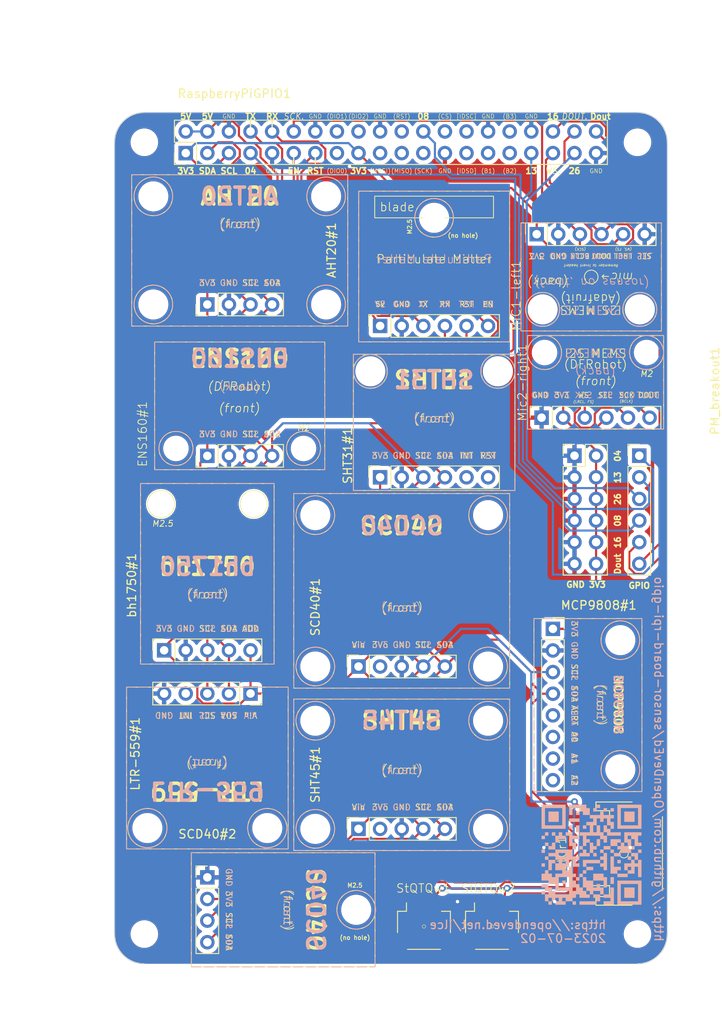
<source format=kicad_pcb>
(kicad_pcb (version 20221018) (generator pcbnew)
  (layers (0 "F.Cu" signal) (31 "B.Cu" signal) (34 "B.Paste" user) (35 "F.Paste" user) (36 "B.SilkS" user "B.Silkscreen") (37 "F.SilkS" user "F.Silkscreen") (38 "B.Mask" user) (39 "F.Mask" user) (44 "Edge.Cuts" user))
  (net 0 "")
  (net 1 "/SCL")
  (net 2 "/SDA")
  (net 11 "GND")
  (net 12 "/I2S{slash}BCLK")
  (net 13 "+3V3")
  (net 14 "/I2S{slash}DIN")
  (net 15 "/I2S{slash}LRCL-WS")
  (net 16 "+5V")
  (net 17 "/nc-GPIO4(GCLK)")
  (net 18 "/PM{slash}TX")
  (net 19 "/PM{slash}RX")
  (net 20 "/PM{slash}En")
  (net 21 "/PM{slash}Reset")
  (net 22 "/(RFM-DIO0)")
  (net 23 "/(RFM-DIO1)")
  (net 24 "/(RFM-DIO2)")
  (net 25 "/(RFM-MOSI)")
  (net 26 "/(RFM-MISO)")
  (net 27 "/(RFM-RST)")
  (net 28 "/(RFM-SCK)")
  (net 29 "/nc-GPIO8")
  (net 30 "/(RFM-CS)")
  (net 31 "/(RFM-Button-1)")
  (net 32 "/(RFM-Button-2)")
  (net 33 "/(RFM-Button-3)")
  (net 34 "/nc-GPIO13(PWM1)")
  (net 35 "/nc-GPIO16")
  (net 36 "/nc-GPIO26")
  (net 37 "/nc-I2C{slash}DOUT")
  (net 38 "/(HAT-ID_SD)")
  (net 39 "/(HAT-ID_SC)")
  (footprint "MountingHole:MountingHole_2.5mm_Pad" (layer "F.Cu") (at 167.12 52.379998)
    (fp_text reference "MH1" hide)
    (fp_text value "MountingHole_2.5mm_Pad")
  )
  (footprint "sensor_footprints:SCD40 CO2 (Adafruit)" (layer "F.Cu") (at 192.31 113.954998 90)
    (fp_text reference "SCD40#1")
    (fp_text value "CO2_SCD40_Adafruit")
  )
  (footprint "sensor_footprints:Stemma-Grove (full size, horizontal)" (layer "F.Cu") (at 223.52186 135.93 90)
    (fp_text reference "StGr1")
    (fp_text value "Stemma-Grove (full size, horizontal)")
  )
  (footprint "Connector_PinHeader_2.54mm:PinHeader_1x06_P2.54mm_Vertical" (layer "F.Cu") (at 225.33 89.189998)
    (fp_text reference "J1" hide)
    (fp_text value "Conn_01x06")
  )
  (footprint "sensor_footprints:StemmaQT-Qwiic (horizontal)" (layer "F.Cu") (at 200.00832 144.489354)
    (fp_text reference "StQTQw1")
    (fp_text value "StemmaQT-Qwiic (horizontal)")
  )
  (footprint "sensor_footprints:LTR-559 (Pimoroni)" (layer "F.Cu") (at 179.61 117.129998 -90)
    (fp_text reference "LTR-559#1")
    (fp_text value "LTR-559")
  )
  (footprint "sensor_footprints:MCP9808 (Adafruit, original version)" (layer "F.Cu") (at 215.17 109.53)
    (fp_text reference "MCP9808#1")
    (fp_text value "MCP9808")
  )
  (footprint "sensor_footprints:Particulate Matter Sensor Breakout (for PMS5003)" (layer "F.Cu") (at 194.85 73.949998 90)
    (fp_text reference "PM_breakout1")
    (fp_text value "PM breakout (Pimoroni)")
  )
  (footprint "sensor_footprints:Mic I2S MEMS (Adafruit)" (layer "F.Cu") (at 225.965 63.175 -90)
    (fp_text reference "MIC1-left1")
    (fp_text value "Mic I2S MEMS (Adafruit)")
  )
  (footprint "sensor_footprints:AHT20 (Adafruit)" (layer "F.Cu") (at 174.53 71.43 90)
    (fp_text reference "AHT20#1")
    (fp_text value "AHT20" hide)
  )
  (footprint "MountingHole:MountingHole_2.5mm_Pad" (layer "F.Cu") (at 225.12 145.379998)
    (fp_text reference "MH3" hide)
    (fp_text value "MountingHole_2.5mm_Pad")
  )
  (footprint "sensor_footprints:StemmaQT-Qwiic (horizontal)" (layer "F.Cu") (at 208.00832 144.489354)
    (fp_text reference "StQTQw2")
    (fp_text value "StemmaQT-Qwiic (horizontal)")
  )
  (footprint "sensor_footprints:SHT45 (Adafruit)" (layer "F.Cu") (at 192.30918 133.025 90)
    (fp_text reference "SHT45#1")
    (fp_text value "SHT45")
  )
  (footprint "Connector_PinHeader_2.54mm:PinHeader_2x06_P2.54mm_Vertical" (layer "F.Cu") (at 217.71 89.189998)
    (fp_text reference "J2" hide)
    (fp_text value "Conn_02x06_Top_Bottom")
  )
  (footprint "sensor_footprints:SCD40 CO2 (ebay)" (layer "F.Cu") (at 174.53 138.719998)
    (fp_text reference "SCD40#2")
    (fp_text value "CO2_SCD40_ebay")
  )
  (footprint "MountingHole:MountingHole_2.5mm_Pad" (layer "F.Cu") (at 167.12 145.379998)
    (fp_text reference "MH2" hide)
    (fp_text value "MountingHole_2.5mm_Pad")
  )
  (footprint "MountingHole:MountingHole_2.5mm_Pad" (layer "F.Cu") (at 225.12 52.379998)
    (fp_text reference "MH4" hide)
    (fp_text value "MountingHole_2.5mm_Pad")
  )
  (footprint "sensor_footprints:ENS160 (DFROBOT, Fermion), i2c pads" (layer "F.Cu") (at 174.52918 89.21 90)
    (fp_text reference "ENS160#1")
    (fp_text value "ENS160")
  )
  (footprint "sensor_footprints:bh1750 (DFROBOT, Fermion)" (layer "F.Cu") (at 169.45 112.049998 90)
    (fp_text reference "bh1750#1")
    (fp_text value "bh1750")
  )
  (footprint "sensor_footprints:Mic I2S MEMS (DFRobot)" (layer "F.Cu") (at 213.9 84.744998 90)
    (fp_text reference "Mic2-right1")
    (fp_text value "Mic I2S MEMS (DFRobot)")
  )
  (footprint "sensor_footprints:SHT31 (DFR, Fermion)" (layer "F.Cu") (at 194.85 91.729998 90)
    (fp_text reference "SHT31#1")
    (fp_text value "SHT31")
  )
  (footprint "Connector_PinHeader_2.54mm:PinHeader_2x20_P2.54mm_Vertical" (layer "F.Cu") (at 171.99 53.65 90)
    (fp_text reference "RaspberryPiGPIO1")
    (fp_text value "Raspberry_Pi_GPIO_header_labeled")
  )
  (footprint "sensor_footprints:QRcode15mm" (layer "B.Cu") (at 219.711654 136.056496 180)
    (fp_text reference "G***" hide)
    (fp_text value "LOGO" hide)
  )
  (gr_line (start 184.69 54.92) (end 184.69 53.65) (stroke (width 0.15)) (layer "F.SilkS"))
  (gr_line (start 182.15 51.11) (end 182.15 49.84) (stroke (width 0.15)) (layer "F.SilkS"))
  (gr_line (start 187.23 53.65) (end 187.23 54.92) (stroke (width 0.15)) (layer "F.SilkS"))
  (gr_line (start 179.61 51.11) (end 179.61 49.84) (stroke (width 0.15)) (layer "F.SilkS"))
  (gr_line (start 167.12 48.879998) (end 225.12 48.879998) (stroke (width 0.05)) (layer "Edge.Cuts"))
  (gr_arc (start 225.12 48.879998) (mid 227.594874 49.905124) (end 228.62 52.379998) (stroke (width 0.12)) (layer "Edge.Cuts"))
  (gr_arc (start 163.62 52.379998) (mid 164.645126 49.905124) (end 167.12 48.879998) (stroke (width 0.12)) (layer "Edge.Cuts"))
  (gr_arc (start 167.12 148.879998) (mid 164.645126 147.854872) (end 163.62 145.379998) (stroke (width 0.12)) (layer "Edge.Cuts"))
  (gr_line (start 228.62 52.379998) (end 228.62 145.379998) (stroke (width 0.05)) (layer "Edge.Cuts"))
  (gr_line (start 163.62 52.379998) (end 163.62 145.379998) (stroke (width 0.05)) (layer "Edge.Cuts"))
  (gr_arc (start 228.62 145.379998) (mid 227.594874 147.854872) (end 225.12 148.879998) (stroke (width 0.12)) (layer "Edge.Cuts"))
  (gr_line (start 167.12 148.879998) (end 225.12 148.879998) (stroke (width 0.05)) (layer "Edge.Cuts"))
  (gr_text "https://github.com/OpenDevEd/sensor-board-rpi-gpio" (at 227.613714 146.358684 270) (layer "B.SilkS") (effects (font (size 1 1)) (justify left mirror)))
  (gr_text "https://opendeved.net/ilce\n2023-07-02" (at 221.52 145.09) (layer "B.SilkS") (effects (font (size 1 1)) (justify left mirror)))
  (gr_text "(B1)" (at 207.55 55.742) (layer "F.SilkS") (effects (font (size 0.5 0.5) (thickness 0.06))))
  (gr_text "GPIO" (at 225.33 104.45) (layer "F.SilkS") (effects (font (size 0.7 0.7) (thickness 0.175) bold)))
  (gr_text "13" (at 222.79 91.75 90) (layer "F.SilkS") (effects (font (size 0.7 0.7) (thickness 0.175) bold)))
  (gr_text "[IDSC]" (at 205.01 49.332) (layer "F.SilkS") (effects (font (size 0.5 0.5) (thickness 0.06))))
  (gr_text "GND" (at 207.55 49.332) (layer "F.SilkS") (effects (font (size 0.5 0.5) (thickness 0.06))))
  (gr_text "TX" (at 179.61 49.332) (layer "F.SilkS") (effects (font (size 0.7 0.7) (thickness 0.175) bold)))
  (gr_text "08" (at 199.93 49.332) (layer "F.SilkS") (effects (font (size 0.7 0.7) (thickness 0.175) bold)))
  (gr_text "(CS)" (at 202.47 49.332) (layer "F.SilkS") (effects (font (size 0.5 0.5) (thickness 0.06))))
  (gr_text "(DIO2)" (at 192.31 49.332) (layer "F.SilkS") (effects (font (size 0.5 0.5) (thickness 0.06))))
  (gr_text "(DIO0)" (at 189.77 55.742) (layer "F.SilkS") (effects (font (size 0.5 0.5) (thickness 0.06))))
  (gr_text "GND" (at 177.07 49.332) (layer "F.SilkS") (effects (font (size 0.5 0.5) (thickness 0.06))))
  (gr_text "(RST)" (at 197.39 49.332) (layer "F.SilkS") (effects (font (size 0.5 0.5) (thickness 0.06))))
  (gr_text "GND" (at 202.47 55.742) (layer "F.SilkS") (effects (font (size 0.5 0.5) (thickness 0.06))))
  (gr_text "26" (at 217.71 55.742) (layer "F.SilkS") (effects (font (size 0.7 0.7) (thickness 0.175) bold)))
  (gr_text "GND" (at 194.85 49.332) (layer "F.SilkS") (effects (font (size 0.5 0.5) (thickness 0.06))))
  (gr_text "[IDSD]" (at 205.01 55.742) (layer "F.SilkS") (effects (font (size 0.5 0.5) (thickness 0.06))))
  (gr_text "3V3" (at 192.31 55.742) (layer "F.SilkS") (effects (font (size 0.7 0.7) (thickness 0.175) bold)))
  (gr_text "(MOSI)" (at 194.85 55.742) (layer "F.SilkS") (effects (font (size 0.5 0.5) (thickness 0.06))))
  (gr_text "04" (at 222.79 89.21 90) (layer "F.SilkS") (effects (font (size 0.7 0.7) (thickness 0.175) bold)))
  (gr_text "(DIO1)" (at 189.77 49.332) (layer "F.SilkS") (effects (font (size 0.5 0.5) (thickness 0.06))))
  (gr_text "GND" (at 182.15 55.742) (layer "F.SilkS") (effects (font (size 0.5 0.5) (thickness 0.06))))
  (gr_text "13" (at 212.63 55.742) (layer "F.SilkS") (effects (font (size 0.7 0.7) (thickness 0.175) bold)))
  (gr_text "SCK." (at 184.69 49.332) (layer "F.SilkS") (effects (font (size 0.7 0.7) (thickness 0.0875) italic)))
  (gr_text "RX" (at 182.15 49.332) (layer "F.SilkS") (effects (font (size 0.7 0.7) (thickness 0.175) bold)))
  (gr_text "04" (at 179.61 55.742) (layer "F.SilkS") (effects (font (size 0.7 0.7) (thickness 0.175) bold)))
  (gr_text "08" (at 222.79 96.83 90) (layer "F.SilkS") (effects (font (size 0.7 0.7) (thickness 0.175) bold)))
  (gr_text "EN" (at 184.69 55.742) (layer "F.SilkS") (effects (font (size 0.7 0.7) (thickness 0.175) bold)))
  (gr_text "GND 3V3" (at 216.65 104.739998) (layer "F.SilkS") (effects (font (size 0.7 0.7) (thickness 0.175) bold) (justify left bottom)))
  (gr_text "GND" (at 187.23 49.332) (layer "F.SilkS") (effects (font (size 0.5 0.5) (thickness 0.06))))
  (gr_text "GND" (at 220.25 55.742) (layer "F.SilkS") (effects (font (size 0.5 0.5) (thickness 0.06))))
  (gr_text "GND" (at 212.63 49.332) (layer "F.SilkS") (effects (font (size 0.5 0.5) (thickness 0.06))))
  (gr_text "SCL" (at 177.07 55.742) (layer "F.SilkS") (effects (font (size 0.7 0.7) (thickness 0.175) bold)))
  (gr_text "(B2)" (at 210.09 55.742) (layer "F.SilkS") (effects (font (size 0.5 0.5) (thickness 0.06))))
  (gr_text "WS." (at 215.17 55.742) (layer "F.SilkS") (effects (font (size 0.7 0.7) (thickness 0.0875) italic)))
  (gr_text "(MISO)" (at 197.39 55.742) (layer "F.SilkS") (effects (font (size 0.5 0.5) (thickness 0.06))))
  (gr_text "Dout" (at 220.758 49.332) (layer "F.SilkS") (effects (font (size 0.7 0.7) (thickness 0.175) bold)))
  (gr_text "26" (at 222.79 94.29 90) (layer "F.SilkS") (effects (font (size 0.7 0.7) (thickness 0.175) bold)))
  (gr_text "5V" (at 174.53 49.332) (layer "F.SilkS") (effects (font (size 0.7 0.7) (thickness 0.175) bold)))
  (gr_text "3V3" (at 171.99 55.742) (layer "F.SilkS") (effects (font (size 0.7 0.7) (thickness 0.175) bold)))
  (gr_text "DOUT." (at 217.71 49.332) (layer "F.SilkS") (effects (font (size 0.7 0.7) (thickness 0.0875) italic)))
  (gr_text "(SCK)" (at 199.93 55.742) (layer "F.SilkS") (effects (font (size 0.5 0.5) (thickness 0.06))))
  (gr_text "Dout" (at 222.79 101.91 90) (layer "F.SilkS") (effects (font (size 0.7 0.7) (thickness 0.175) bold)))
  (gr_text "5V" (at 171.99 49.332) (layer "F.SilkS") (effects (font (size 0.7 0.7) (thickness 0.175) bold)))
  (gr_text "(B3)" (at 210.09 49.332) (layer "F.SilkS") (effects (font (size 0.5 0.5) (thickness 0.06))))
  (gr_text "RST" (at 187.23 55.742) (layer "F.SilkS") (effects (font (size 0.7 0.7) (thickness 0.175) bold)))
  (gr_text "SDA" (at 174.53 55.742) (layer "F.SilkS") (effects (font (size 0.7 0.7) (thickness 0.175) bold)))
  (gr_text "16" (at 222.79 99.37 90) (layer "F.SilkS") (effects (font (size 0.7 0.7) (thickness 0.175) bold)))
  (gr_text "16" (at 215.17 49.332) (layer "F.SilkS") (effects (font (size 0.7 0.7) (thickness 0.175) bold)))
  (segment (start 174.98 66.8) (end 174.98 56.003604) (width 0.25) (layer "F.Cu") (net 1))
  (segment (start 199.93 91.729998) (end 195.3 96.359998) (width 0.25) (layer "F.Cu") (net 1))
  (segment (start 209.52 142.539998) (end 209.52 140.269998) (width 0.25) (layer "F.Cu") (net 1))
  (segment (start 195.3 109.324998) (end 199.93 113.954998) (width 0.25) (layer "F.Cu") (net 1))
  (segment (start 174.848198 55.871802) (end 177.07 53.65) (width 0.25) (layer "F.Cu") (net 1))
  (segment (start 179.61 71.43) (end 174.98 66.8) (width 0.25) (layer "F.Cu") (net 1))
  (segment (start 202.17 139.999998) (end 201.52 140.649998) (width 0.25) (layer "F.Cu") (net 1))
  (segment (start 201.52 142.539998) (end 201.52 140.649998) (width 0.25) (layer "F.Cu") (net 1))
  (segment (start 184.260578 141.709998) (end 191.770576 134.2) (width 0.25) (layer "F.Cu") (net 1))
  (segment (start 174.16 109.776394) (end 174.53 110.146394) (width 0.25) (layer "F.Cu") (net 1))
  (segment (start 174.53 143.799998) (end 176.62 141.709998) (width 0.25) (layer "F.Cu") (net 1))
  (segment (start 179.61 71.43) (end 174.98 76.06) (width 0.25) (layer "F.Cu") (net 1))
  (segment (start 195.3 96.359998) (end 195.3 109.324998) (width 0.25) (layer "F.Cu") (net 1))
  (segment (start 176.62 141.709998) (end 184.260578 141.709998) (width 0.25) (layer "F.Cu") (net 1))
  (segment (start 195.3 128.39582) (end 199.92918 133.025) (width 0.25) (layer "F.Cu") (net 1))
  (segment (start 174.98 56.003604) (end 174.848198 55.871802) (width 0.25) (layer "F.Cu") (net 1))
  (segment (start 191.770576 134.2) (end 198.75418 134.2) (width 0.25) (layer "F.Cu") (net 1))
  (segment (start 198.75418 134.2) (end 199.92918 133.025) (width 0.25) (layer "F.Cu") (net 1))
  (segment (start 209.79 139.999998) (end 209.52 140.269998) (width 0.25) (layer "F.Cu") (net 1))
  (segment (start 174.53 112.049998) (end 174.53 117.129998) (width 0.25) (layer "F.Cu") (net 1))
  (segment (start 174.98 84.58082) (end 179.60918 89.21) (width 0.25) (layer "F.Cu") (net 1))
  (segment (start 174.53 110.146394) (end 174.53 112.049998) (width 0.25) (layer "F.Cu") (net 1))
  (segment (start 199.93 113.954998) (end 195.3 118.584998) (width 0.25) (layer "F.Cu") (net 1))
  (segment (start 220.79 132.909998) (end 217.71 129.829998) (width 0.25) (layer "F.Cu") (net 1))
  (segment (start 179.60918 89.21) (end 174.16 94.65918) (width 0.25) (layer "F.Cu") (net 1))
  (segment (start 174.16 94.65918) (end 174.16 109.776394) (width 0.25) (layer "F.Cu") (net 1))
  (segment (start 174.98 76.06) (end 174.98 84.58082) (width 0.25) (layer "F.Cu") (net 1))
  (segment (start 195.3 118.584998) (end 195.3 128.39582) (width 0.25) (layer "F.Cu") (net 1))
  (via (at 209.79 139.999998) (size 0.8) (drill 0.4) (layers "F.Cu" "B.Cu") (net 1))
  (via (at 217.71 129.829998) (size 0.8) (drill 0.4) (layers "F.Cu" "B.Cu") (net 1))
  (via (at 202.17 139.999998) (size 0.8) (drill 0.4) (layers "F.Cu" "B.Cu") (net 1))
  (segment (start 212.63 129.829998) (end 212.63 114.61) (width 0.25) (layer "B.Cu") (net 1))
  (segment (start 183.439182 85.379998) (end 193.58 85.379998) (width 0.25) (layer "B.Cu") (net 1))
  (segment (start 209.79 139.999998) (end 217.41 139.999998) (width 0.25) (layer "B.Cu") (net 1))
  (segment (start 217.71 129.829998) (end 212.63 129.829998) (width 0.25) (layer "B.Cu") (net 1))
  (segment (start 202.17 139.999998) (end 209.79 139.999998) (width 0.25) (layer "B.Cu") (net 1))
  (segment (start 217.41 139.999998) (end 217.71 129.829998) (width 0.25) (layer "B.Cu") (net 1))
  (segment (start 193.58 85.379998) (end 199.93 91.729998) (width 0.25) (layer "B.Cu") (net 1))
  (segment (start 199.93 113.954998) (end 204.354998 109.53) (width 0.25) (layer "B.Cu") (net 1))
  (segment (start 204.354998 109.53) (end 207.55 109.53) (width 0.25) (layer "B.Cu") (net 1))
  (segment (start 212.63 114.61) (end 215.17 114.61) (width 0.25) (layer "B.Cu") (net 1))
  (segment (start 207.55 109.53) (end 212.63 114.61) (width 0.25) (layer "B.Cu") (net 1))
  (segment (start 179.60918 89.21) (end 183.439182 85.379998) (width 0.25) (layer "B.Cu") (net 1))
  (segment (start 219.008415 134.909998) (end 220.286827 134.909998) (width 0.25) (layer "F.Cu") (net 2))
  (segment (start 175.43 82.49082) (end 182.14918 89.21) (width 0.25) (layer "F.Cu") (net 2))
  (segment (start 200.84418 134.65) (end 191.956972 134.65) (width 0.25) (layer "F.Cu") (net 2))
  (segment (start 178.34 54.041701) (end 178.34 53.258299) (width 0.25) (layer "F.Cu") (net 2))
  (segment (start 203.260305 140.064998) (end 208.52 140.064998) (width 0.25) (layer "F.Cu") (net 2))
  (segment (start 202.46918 133.025) (end 200.84418 134.65) (width 0.25) (layer "F.Cu") (net 2))
  (segment (start 219.008415 134.909998) (end 212.63 128.531583) (width 0.25) (layer "F.Cu") (net 2))
  (segment (start 175.43 78.15) (end 175.43 82.49082) (width 0.25) (layer "F.Cu") (net 2))
  (segment (start 196.12 85.379998) (end 202.47 91.729998) (width 0.25) (layer "F.Cu") (net 2))
  (segment (start 205.624998 110.8) (end 208.82 110.8) (width 0.25) (layer "F.Cu") (net 2))
  (segment (start 200.52 142.539998) (end 200.52 140.134996) (width 0.25) (layer "F.Cu") (net 2))
  (segment (start 201.379998 139.274998) (end 202.470305 139.274998) (width 0.25) (layer "F.Cu") (net 2))
  (segment (start 183.42 85.379998) (end 196.12 85.379998) (width 0.25) (layer "F.Cu") (net 2))
  (segment (start 182.15 71.43) (end 182.15 71.419999) (width 0.25) (layer "F.Cu") (net 2))
  (segment (start 208.82 110.8) (end 212.63 114.61) (width 0.25) (layer "F.Cu") (net 2))
  (segment (start 213.9 117.15) (end 215.17 117.15) (width 0.25) (layer "F.Cu") (net 2))
  (segment (start 216.52 139.854998) (end 216.52 137.398413) (width 0.25) (layer "F.Cu") (net 2))
  (segment (start 212.63 128.531583) (end 212.63 118.42) (width 0.25) (layer "F.Cu") (net 2))
  (segment (start 212.63 115.88) (end 213.9 117.15) (width 0.25) (layer "F.Cu") (net 2))
  (segment (start 202.470305 139.274998) (end 203.260305 140.064998) (width 0.25) (layer "F.Cu") (net 2))
  (segment (start 182.14918 86.650818) (end 183.42 85.379998) (width 0.25) (layer "F.Cu") (net 2))
  (segment (start 175.43 64.699999) (end 175.43 56.951701) (width 0.25) (layer "F.Cu") (net 2))
  (segment (start 195.75 98.449998) (end 195.75 107.234998) (width 0.25) (layer "F.Cu") (net 2))
  (segment (start 191.956972 134.65) (end 184.446974 142.159998) (width 0.25) (layer "F.Cu") (net 2))
  (segment (start 195.75 120.674998) (end 195.75 126.30582) (width 0.25) (layer "F.Cu") (net 2))
  (segment (start 178.71 142.159998) (end 174.53 146.339998) (width 0.25) (layer "F.Cu") (net 2))
  (segment (start 212.63 118.42) (end 213.9 117.15) (width 0.25) (layer "F.Cu") (net 2))
  (segment (start 175.8 52.38) (end 174.53 53.65) (width 0.25) (layer "F.Cu") (net 2))
  (segment (start 202.47 113.954998) (end 195.75 120.674998) (width 0.25) (layer "F.Cu") (net 2))
  (segment (start 202.47 91.729998) (end 195.75 98.449998) (width 0.25) (layer "F.Cu") (net 2))
  (segment (start 182.15 71.43) (end 175.43 78.15) (width 0.25) (layer "F.Cu") (net 2))
  (segment (start 174.61 96.74918) (end 174.61 109.589998) (width 0.25) (layer "F.Cu") (net 2))
  (segment (start 182.15 71.419999) (end 175.43 64.699999) (width 0.25) (layer "F.Cu") (net 2))
  (segment (start 210.670305 139.854998) (end 216.52 139.854998) (width 0.25) (layer "F.Cu") (net 2))
  (segment (start 216.52 137.398413) (end 219.008415 134.909998) (width 0.25) (layer "F.Cu") (net 2))
  (segment (start 220.85 134.909998) (end 220.286827 134.909998) (width 0.25) (layer "F.Cu") (net 2))
  (segment (start 177.461701 52.38) (end 175.8 52.38) (width 0.25) (layer "F.Cu") (net 2))
  (segment (start 195.75 107.234998) (end 202.47 113.954998) (width 0.25) (layer "F.Cu") (net 2))
  (segment (start 195.75 126.30582) (end 202.46918 133.025) (width 0.25) (layer "F.Cu") (net 2))
  (segment (start 182.14918 89.21) (end 182.14918 86.650818) (width 0.25) (layer "F.Cu") (net 2))
  (segment (start 212.63 114.61) (end 212.63 115.88) (width 0.25) (layer "F.Cu") (net 2))
  (segment (start 178.34 53.258299) (end 177.461701 52.38) (width 0.25) (layer "F.Cu") (net 2))
  (segment (start 182.14918 89.21) (end 174.61 96.74918) (width 0.25) (layer "F.Cu") (net 2))
  (segment (start 175.43 56.951701) (end 178.34 54.041701) (width 0.25) (layer "F.Cu") (net 2))
  (segment (start 210.090305 139.274998) (end 210.670305 139.854998) (width 0.25) (layer "F.Cu") (net 2))
  (segment (start 209.489695 139.274998) (end 210.090305 139.274998) (width 0.25) (layer "F.Cu") (net 2))
  (segment (start 208.52 140.064998) (end 208.52 142.539998) (width 0.25) (layer "F.Cu") (net 2))
  (segment (start 184.446974 142.159998) (end 178.71 142.159998) (width 0.25) (layer "F.Cu") (net 2))
  (segment (start 200.52 140.134996) (end 201.379998 139.274998) (width 0.25) (layer "F.Cu") (net 2))
  (segment (start 177.07 112.049998) (end 177.07 117.129998) (width 0.25) (layer "F.Cu") (net 2))
  (segment (start 174.61 109.589998) (end 177.07 112.049998) (width 0.25) (layer "F.Cu") (net 2))
  (segment (start 202.47 113.954998) (end 205.624998 110.8) (width 0.25) (layer "F.Cu") (net 2))
  (segment (start 208.52 140.244693) (end 209.489695 139.274998) (width 0.25) (layer "F.Cu") (net 2))
  (via (at 191.25 55.209998) (size 0.8) (drill 0.4) (layers "F.Cu" "B.Cu") (net 11))
  (via (at 214.11 135.219998) (size 0.8) (drill 0.4) (layers "F.Cu" "B.Cu") (net 11))
  (via (at 215.38 141.569998) (size 0.8) (drill 0.4) (layers "F.Cu" "B.Cu") (net 11))
  (via (at 224.27 135.219998) (size 0.8) (drill 0.4) (layers "F.Cu" "B.Cu") (net 11))
  (via (at 203.95 141.569998) (size 0.8) (drill 0.4) (layers "F.Cu" "B.Cu") (net 11))
  (segment (start 220.095 84.264998) (end 220.81 83.549998) (width 0.25) (layer "F.Cu") (net 12))
  (segment (start 218.345 63.175) (end 218.345 63.154998) (width 0.25) (layer "F.Cu") (net 12))
  (segment (start 219.648604 85.899998) (end 220.095 85.453602) (width 0.25) (layer "F.Cu") (net 12))
  (segment (start 220.095 85.453602) (end 220.095 84.264998) (width 0.25) (layer "F.Cu") (net 12))
  (segment (start 220.81 83.549998) (end 222.825 83.549998) (width 0.25) (layer "F.Cu") (net 12))
  (segment (start 184.69 49.84) (end 184.69 51.11) (width 0.25) (layer "F.Cu") (net 12))
  (segment (start 218.345 63.175) (end 218.345 83.638297) (width 0.25) (layer "F.Cu") (net 12))
  (segment (start 213.9 58.709998) (end 213.9 50.475) (width 0.25) (layer "F.Cu") (net 12))
  (segment (start 217.745 84.238297) (end 217.745 85.211699) (width 0.25) (layer "F.Cu") (net 12))
  (segment (start 218.345 83.638297) (end 217.745 84.238297) (width 0.25) (layer "F.Cu") (net 12))
  (segment (start 217.745 85.211699) (end 218.433299 85.899998) (width 0.25) (layer "F.Cu") (net 12))
  (segment (start 218.345 63.154998) (end 213.9 58.709998) (width 0.25) (layer "F.Cu") (net 12))
  (segment (start 213.9 50.475) (end 213.265 49.84) (width 0.25) (layer "F.Cu") (net 12))
  (segment (start 222.825 83.549998) (end 224 84.724998) (width 0.25) (layer "F.Cu") (net 12))
  (segment (start 218.433299 85.899998) (end 219.648604 85.899998) (width 0.25) (layer "F.Cu") (net 12))
  (segment (start 213.265 49.84) (end 184.69 49.84) (width 0.25) (layer "F.Cu") (net 12))
  (segment (start 194.85 91.729998) (end 194.85 111.414998) (width 0.25) (layer "F.Cu") (net 13))
  (segment (start 169.45 111.679998) (end 169.45 112.049998) (width 0.25) (layer "F.Cu") (net 13))
  (segment (start 213.265 60.714998) (end 210.3 57.749998) (width 0.25) (layer "F.Cu") (net 13))
  (segment (start 216.38 84.724998) (end 218.305 86.649998) (width 0.25) (layer "F.Cu") (net 13))
  (segment (start 219.13 143.649998) (end 208.183249 143.649998) (width 0.25) (layer "F.Cu") (net 13))
  (segment (start 194.85 111.414998) (end 192.31 113.954998) (width 0.25) (layer "F.Cu") (net 13))
  (segment (start 173.71 107.419998) (end 169.45 111.679998) (width 0.25) (layer "F.Cu") (net 13))
  (segment (start 218.305 86.649998) (end 219.535 86.649998) (width 0.25) (layer "F.Cu") (net 13))
  (segment (start 222.925 139.854998) (end 219.13 143.649998) (width 0.25) (layer "F.Cu") (net 13))
  (segment (start 217.730002 109.53) (end 217.71 109.550002) (width 0.25) (layer "F.Cu") (net 13))
  (segment (start 174.52918 89.21) (end 173.71 90.02918) (width 0.25) (layer "F.Cu") (net 13))
  (segment (start 179.61 117.129998) (end 189.135 117.129998) (width 0.25) (layer "F.Cu") (net 13))
  (segment (start 222.229998 136.909998) (end 222.925 137.605) (width 0.25) (layer "F.Cu") (net 13))
  (segment (start 192.30918 133.025) (end 184.074182 141.259998) (width 0.25) (layer "F.Cu") (net 13))
  (segment (start 220.25 106.969998) (end 217.689998 109.53) (width 0.25) (layer "F.Cu") (net 13))
  (segment (start 219.535 86.649998) (end 221.46 84.724998) (width 0.25) (layer "F.Cu") (net 13))
  (segment (start 220.25 101.889998) (end 220.25 106.969998) (width 0.25) (layer "F.Cu") (net 13))
  (segment (start 173.355 115.954998) (end 173.355 117.616699) (width 0.25) (layer "F.Cu") (net 13))
  (segment (start 207.52 142.539998) (end 207.52 142.986749) (width 0.25) (layer "F.Cu") (net 13))
  (segment (start 217.71 67.62) (end 213.265 63.175) (width 0.25) (layer "F.Cu") (net 13))
  (segment (start 210.3 57.749998) (end 196.409998 57.749998) (width 0.25) (layer "F.Cu") (net 13))
  (segment (start 216.38 84.724998) (end 216.38 82.92) (width 0.25) (layer "F.Cu") (net 13))
  (segment (start 169.45 112.049998) (end 173.355 115.954998) (width 0.25) (layer "F.Cu") (net 13))
  (segment (start 174.53 71.43) (end 174.53 56.19) (width 0.25) (layer "F.Cu") (net 13))
  (segment (start 206.696751 143.809998) (end 200.343249 143.809998) (width 0.25) (layer "F.Cu") (net 13))
  (segment (start 178.435 118.304998) (end 179.61 117.129998) (width 0.25) (layer "F.Cu") (net 13))
  (segment (start 199.52 142.986749) (end 199.52 142.539998) (width 0.25) (layer "F.Cu") (net 13))
  (segment (start 216.38 82.92) (end 217.71 81.59) (width 0.25) (layer "F.Cu") (net 13))
  (segment (start 200.343249 143.809998) (end 199.52 142.986749) (width 0.25) (layer "F.Cu") (net 13))
  (segment (start 215.17 109.53) (end 217.730002 109.53) (width 0.25) (layer "F.Cu") (net 13))
  (segment (start 194.85 116.494998) (end 194.85 130.48418) (width 0.25) (layer "F.Cu") (net 13))
  (segment (start 222.06 136.909998) (end 222.229998 136.909998) (width 0.25) (layer "F.Cu") (net 13))
  (segment (start 184.074182 141.259998) (end 174.53 141.259998) (width 0.25) (layer "F.Cu") (net 13))
  (segment (start 196.409998 57.749998) (end 192.31 53.65) (width 0.25) (layer "F.Cu") (net 13))
  (segment (start 194.85 130.48418) (end 192.30918 133.025) (width 0.25) (layer "F.Cu") (net 13))
  (segment (start 174.043299 118.304998) (end 178.435 118.304998) (width 0.25) (layer "F.Cu") (net 13))
  (segment (start 208.183249 143.649998) (end 207.52 142.986749) (width 0.25) (layer "F.Cu") (net 13))
  (segment (start 217.689998 109.53) (end 215.17 109.53) (width 0.25) (layer "F.Cu") (net 13))
  (segment (start 207.52 142.986749) (end 206.696751 143.809998) (width 0.25) (layer "F.Cu") (net 13))
  (segment (start 216.38 84.724998) (end 220.25 88.594998) (width 0.25) (layer "F.Cu") (net 13))
  (segment (start 222.925 136.044998) (end 222.06 136.909998) (width 0.25) (layer "F.Cu") (net 13))
  (segment (start 179.61 112.049998) (end 179.61 117.129998) (width 0.25) (layer "F.Cu") (net 13))
  (segment (start 174.53 89.20918) (end 174.52918 89.21) (width 0.25) (layer "F.Cu") (net 13))
  (segment (start 217.71 109.550002) (end 217.71 126.04) (width 0.25) (layer "F.Cu") (net 13))
  (segment (start 189.135 117.129998) (end 192.31 113.954998) (width 0.25) (layer "F.Cu") (net 13))
  (segment (start 220.25 89.189998) (end 220.25 101.889998) (width 0.25) (layer "F.Cu") (net 13))
  (segment (start 213.265 63.175) (end 213.265 60.714998) (width 0.25) (layer "F.Cu") (net 13))
  (segment (start 173.355 117.616699) (end 174.043299 118.304998) (width 0.25) (layer "F.Cu") (net 13))
  (segment (start 222.925 131.255) (end 222.925 136.044998) (width 0.25) (layer "F.Cu") (net 13))
  (segment (start 220.25 88.594998) (end 220.25 89.189998) (width 0.25) (layer "F.Cu") (net 13))
  (segment (start 192.31 113.954998) (end 194.85 116.494998) (width 0.25) (layer "F.Cu") (net 13))
  (segment (start 217.71 126.04) (end 222.925 131.255) (width 0.25) (layer "F.Cu") (net 13))
  (segment (start 173.71 90.02918) (end 173.71 107.419998) (width 0.25) (layer "F.Cu") (net 13))
  (segment (start 174.53 56.19) (end 171.99 53.65) (width 0.25) (layer "F.Cu") (net 13))
  (segment (start 174.53 71.43) (end 174.53 89.20918) (width 0.25) (layer "F.Cu") (net 13))
  (segment (start 222.925 137.605) (end 222.925 139.854998) (width 0.25) (layer "F.Cu") (net 13))
  (segment (start 217.71 81.59) (end 217.71 67.62) (width 0.25) (layer "F.Cu") (net 13))
  (segment (start 191.135 52.475) (end 173.165 52.475) (width 0.25) (layer "B.Cu") (net 13))
  (segment (start 173.165 52.475) (end 171.99 53.65) (width 0.25) (layer "B.Cu") (net 13))
  (segment (start 192.31 53.65) (end 191.135 52.475) (width 0.25) (layer "B.Cu") (net 13))
  (segment (start 224.915 83.099998) (end 220.51 83.099998) (width 0.25) (layer "F.Cu") (net 14))
  (segment (start 216.535 52.285) (end 217.71 51.11) (width 0.25) (layer "F.Cu") (net 14))
  (segment (start 224.6 62.688299) (end 223.911701 62) (width 0.25) (layer "F.Cu") (net 14))
  (segment (start 219.37 68.891701) (end 224.6 63.661701) (width 0.25) (layer "F.Cu") (net 14))
  (segment (start 219.37 81.959998) (end 219.37 68.891701) (width 0.25) (layer "F.Cu") (net 14))
  (segment (start 223.911701 62) (end 222.06 62) (width 0.25) (layer "F.Cu") (net 14))
  (segment (start 224.6 63.661701) (end 224.6 62.688299) (width 0.25) (layer "F.Cu") (net 14))
  (segment (start 216.535 54.804998) (end 216.535 52.285) (width 0.25) (layer "F.Cu") (net 14))
  (segment (start 214.8 56.539998) (end 216.535 54.804998) (width 0.25) (layer "F.Cu") (net 14))
  (segment (start 222.06 62) (end 220.885 63.175) (width 0.25) (layer "F.Cu") (net 14))
  (segment (start 220.885 63.175) (end 214.8 57.09) (width 0.25) (layer "F.Cu") (net 14))
  (segment (start 214.8 57.09) (end 214.8 56.539998) (width 0.25) (layer "F.Cu") (net 14))
  (segment (start 220.51 83.099998) (end 219.37 81.959998) (width 0.25) (layer "F.Cu") (net 14))
  (segment (start 226.54 84.724998) (end 224.915 83.099998) (width 0.25) (layer "F.Cu") (net 14))
  (segment (start 219.71 62.688299) (end 214.35 57.328299) (width 0.25) (layer "F.Cu") (net 15))
  (segment (start 219.71 63.661701) (end 219.71 62.688299) (width 0.25) (layer "F.Cu") (net 15))
  (segment (start 220.398299 64.35) (end 219.71 63.661701) (width 0.25) (layer "F.Cu") (net 15))
  (segment (start 214.35 54.47) (end 215.17 53.65) (width 0.25) (layer "F.Cu") (net 15))
  (segment (start 222.25 64.35) (end 220.398299 64.35) (width 0.25) (layer "F.Cu") (net 15))
  (segment (start 218.92 84.724998) (end 218.92 67.68) (width 0.25) (layer "F.Cu") (net 15))
  (segment (start 223.425 63.175) (end 222.25 64.35) (width 0.25) (layer "F.Cu") (net 15))
  (segment (start 218.92 67.68) (end 223.425 63.175) (width 0.25) (layer "F.Cu") (net 15))
  (segment (start 214.35 57.328299) (end 214.35 54.47) (width 0.25) (layer "F.Cu") (net 15))
  (segment (start 180.785 54.136701) (end 180.785 53.163299) (width 0.25) (layer "F.Cu") (net 16))
  (segment (start 190.341713 69.441711) (end 182.785 61.884998) (width 0.25) (layer "F.Cu") (net 16))
  (segment (start 194.85 73.949998) (end 191.738287 69.441711) (width 0.25) (layer "F.Cu") (net 16))
  (segment (start 179.123299 52.475) (end 178.245 51.596701) (width 0.25) (layer "F.Cu") (net 16))
  (segment (start 177.556701 49.935) (end 175.705 49.935) (width 0.25) (layer "F.Cu") (net 16))
  (segment (start 182.785 61.884998) (end 182.785 56.136701) (width 0.25) (layer "F.Cu") (net 16))
  (segment (start 180.096701 52.475) (end 179.123299 52.475) (width 0.25) (layer "F.Cu") (net 16))
  (segment (start 178.245 50.623299) (end 177.556701 49.935) (width 0.25) (layer "F.Cu") (net 16))
  (segment (start 178.245 51.596701) (end 178.245 50.623299) (width 0.25) (layer "F.Cu") (net 16))
  (segment (start 191.738287 69.441711) (end 190.341713 69.441711) (width 0.25) (layer "F.Cu") (net 16))
  (segment (start 182.785 56.136701) (end 180.785 54.136701) (width 0.25) (layer "F.Cu") (net 16))
  (segment (start 180.785 53.163299) (end 180.096701 52.475) (width 0.25) (layer "F.Cu") (net 16))
  (segment (start 175.705 49.935) (end 174.53 51.11) (width 0.25) (layer "F.Cu") (net 16))
  (segment (start 171.99 51.11) (end 174.53 51.11) (width 0.25) (layer "B.Cu") (net 16))
  (segment (start 182.129998 56.169998) (end 179.61 53.65) (width 0.25) (layer "B.Cu") (net 17))
  (segment (start 215.17 94.664491) (end 210.74 90.234491) (width 0.25) (layer "B.Cu") (net 17))
  (segment (start 210.74 90.234491) (end 210.74 56.619998) (width 0.25) (layer "B.Cu") (net 17))
  (segment (start 203.141901 56.619998) (end 202.691901 56.169998) (width 0.25) (layer "B.Cu") (net 17))
  (segment (start 226.955 90.814998) (end 226.955 101.926699) (width 0.25) (layer "B.Cu") (net 17))
  (segment (start 226.955 101.926699) (end 225.721701 103.159998) (width 0.25) (layer "B.Cu") (net 17))
  (segment (start 225.721701 103.159998) (end 215.17 103.159998) (width 0.25) (layer "B.Cu") (net 17))
  (segment (start 202.691901 56.169998) (end 182.129998 56.169998) (width 0.25) (layer "B.Cu") (net 17))
  (segment (start 225.33 89.189998) (end 226.955 90.814998) (width 0.25) (layer "B.Cu") (net 17))
  (segment (start 215.17 103.159998) (end 215.17 94.664491) (width 0.25) (layer "B.Cu") (net 17))
  (segment (start 210.74 56.619998) (end 203.141901 56.619998) (width 0.25) (layer "B.Cu") (net 17))
  (segment (start 194.585774 72.774998) (end 192.188287 69.30149) (width 0.25) (layer "F.Cu") (net 18))
  (segment (start 183.325 61.788602) (end 183.325 53.163299) (width 0.25) (layer "F.Cu") (net 18))
  (segment (start 199.93 73.949998) (end 198.755 72.774998) (width 0.25) (layer "F.Cu") (net 18))
  (segment (start 198.755 72.774998) (end 194.585774 72.774998) (width 0.25) (layer "F.Cu") (net 18))
  (segment (start 191.924683 68.991711) (end 190.528109 68.991711) (width 0.25) (layer "F.Cu") (net 18))
  (segment (start 182.636701 52.475) (end 180.975 52.475) (width 0.25) (layer "F.Cu") (net 18))
  (segment (start 180.975 52.475) (end 179.61 51.11) (width 0.25) (layer "F.Cu") (net 18))
  (segment (start 192.188287 69.30149) (end 192.188287 69.255315) (width 0.25) (layer "F.Cu") (net 18))
  (segment (start 192.188287 69.255315) (end 191.924683 68.991711) (width 0.25) (layer "F.Cu") (net 18))
  (segment (start 190.528109 68.991711) (end 183.325 61.788602) (width 0.25) (layer "F.Cu") (net 18))
  (segment (start 183.325 53.163299) (end 182.636701 52.475) (width 0.25) (layer "F.Cu") (net 18))
  (segment (start 188.405 53.163299) (end 188.405 54.899998) (width 0.25) (layer "F.Cu") (net 19))
  (segment (start 193.538287 68.880827) (end 195.294326 71.424998) (width 0.25) (layer "F.Cu") (net 19))
  (segment (start 187.526701 52.285) (end 188.405 53.163299) (width 0.25) (layer "F.Cu") (net 19))
  (segment (start 188.405 54.899998) (end 186.596396 54.899998) (width 0.25) (layer "F.Cu") (net 19))
  (segment (start 191.087297 67.641711) (end 192.483871 67.641711) (width 0.25) (layer "F.Cu") (net 19))
  (segment (start 192.483871 67.641711) (end 193.538287 68.696127) (width 0.25) (layer "F.Cu") (net 19))
  (segment (start 186.596396 54.899998) (end 185.59 55.906394) (width 0.25) (layer "F.Cu") (net 19))
  (segment (start 185.59 55.906394) (end 185.59 62.144414) (width 0.25) (layer "F.Cu") (net 19))
  (segment (start 210.54 76.676394) (end 210.276396 76.939998) (width 0.25) (layer "F.Cu") (net 19))
  (segment (start 210.54 73.763602) (end 210.54 76.676394) (width 0.25) (layer "F.Cu") (net 19))
  (segment (start 193.538287 68.696127) (end 193.538287 68.880827) (width 0.25) (layer "F.Cu") (net 19))
  (segment (start 183.325 52.285) (end 187.526701 52.285) (width 0.25) (layer "F.Cu") (net 19))
  (segment (start 208.201396 71.424998) (end 210.54 73.763602) (width 0.25) (layer "F.Cu") (net 19))
  (segment (start 182.15 51.11) (end 183.325 52.285) (width 0.25) (layer "F.Cu") (net 19))
  (segment (start 185.59 62.144414) (end 191.087297 67.641711) (width 0.25) (layer "F.Cu") (net 19))
  (segment (start 210.276396 76.939998) (end 202.92 76.939998) (width 0.25) (layer "F.Cu") (net 19))
  (segment (start 195.294326 71.424998) (end 208.201396 71.424998) (width 0.25) (layer "F.Cu") (net 19))
  (segment (start 202.92 76.939998) (end 202.47 76.489998) (width 0.25) (layer "F.Cu") (net 19))
  (segment (start 202.47 76.489998) (end 202.47 73.949998) (width 0.25) (layer "F.Cu") (net 19))
  (segment (start 184.69 62.517206) (end 184.69 53.65) (width 0.25) (layer "F.Cu") (net 20))
  (segment (start 192.111079 68.541711) (end 190.714505 68.541711) (width 0.25) (layer "F.Cu") (net 20))
  (segment (start 194.821958 72.324998) (end 192.638287 69.161269) (width 0.25) (layer "F.Cu") (net 20))
  (segment (start 192.638287 69.068919) (end 192.111079 68.541711) (width 0.25) (layer "F.Cu") (net 20))
  (segment (start 205.925 72.324998) (end 194.821958 72.324998) (width 0.25) (layer "F.Cu") (net 20))
  (segment (start 207.55 73.949998) (end 205.925 72.324998) (width 0.25) (layer "F.Cu") (net 20))
  (segment (start 190.714505 68.541711) (end 184.69 62.517206) (width 0.25) (layer "F.Cu") (net 20))
  (segment (start 192.638287 69.161269) (end 192.638287 69.068919) (width 0.25) (layer "F.Cu") (net 20))
  (segment (start 206.671701 76.489998) (end 205.01 76.489998) (width 0.25) (layer "F.Cu") (net 21))
  (segment (start 185.14 55.719998) (end 185.14 62.33081) (width 0.25) (layer "F.Cu") (net 21))
  (segment (start 208.725 73.463297) (end 208.725 74.436699) (width 0.25) (layer "F.Cu") (net 21))
  (segment (start 187.209998 53.65) (end 185.14 55.719998) (width 0.25) (layer "F.Cu") (net 21))
  (segment (start 193.088287 69.021048) (end 195.058142 71.874998) (width 0.25) (layer "F.Cu") (net 21))
  (segment (start 190.900901 68.091711) (end 192.297475 68.091711) (width 0.25) (layer "F.Cu") (net 21))
  (segment (start 195.058142 71.874998) (end 207.136701 71.874998) (width 0.25) (layer "F.Cu") (net 21))
  (segment (start 208.725 74.436699) (end 206.671701 76.489998) (width 0.25) (layer "F.Cu") (net 21))
  (segment (start 193.088287 68.882523) (end 193.088287 69.021048) (width 0.25) (layer "F.Cu") (net 21))
  (segment (start 207.136701 71.874998) (end 208.725 73.463297) (width 0.25) (layer "F.Cu") (net 21))
  (segment (start 192.297475 68.091711) (end 193.088287 68.882523) (width 0.25) (layer "F.Cu") (net 21))
  (segment (start 205.01 76.489998) (end 205.01 73.949998) (width 0.25) (layer "F.Cu") (net 21))
  (segment (start 187.23 53.65) (end 187.209998 53.65) (width 0.25) (layer "F.Cu") (net 21))
  (segment (start 185.14 62.33081) (end 190.900901 68.091711) (width 0.25) (layer "F.Cu") (net 21))
  (segment (start 201.295 54.136701) (end 201.295 52.475) (width 0.25) (layer "B.Cu") (net 29))
  (segment (start 216.535 95.393095) (end 211.19 90.048095) (width 0.25) (layer "B.Cu") (net 29))
  (segment (start 211.36 56.169998) (end 203.328297 56.169998) (width 0.25) (layer "B.Cu") (net 29))
  (segment (start 211.36 58.727208) (end 211.36 56.169998) (width 0.25) (layer "B.Cu") (net 29))
  (segment (start 217.223299 97.984998) (end 216.535 97.296699) (width 0.25) (layer "B.Cu") (net 29))
  (segment (start 224.155 97.984998) (end 217.223299 97.984998) (width 0.25) (layer "B.Cu") (net 29))
  (segment (start 216.535 97.296699) (end 216.535 95.393095) (width 0.25) (layer "B.Cu") (net 29))
  (segment (start 211.19 90.048095) (end 211.19 58.897208) (width 0.25) (layer "B.Cu") (net 29))
  (segment (start 203.328297 56.169998) (end 201.295 54.136701) (width 0.25) (layer "B.Cu") (net 29))
  (segment (start 211.19 58.897208) (end 211.36 58.727208) (width 0.25) (layer "B.Cu") (net 29))
  (segment (start 225.33 96.809998) (end 224.155 97.984998) (width 0.25) (layer "B.Cu") (net 29))
  (segment (start 201.295 52.475) (end 199.93 51.11) (width 0.25) (layer "B.Cu") (net 29))
  (segment (start 217.223299 95.444998) (end 211.64 89.861699) (width 0.25) (layer "B.Cu") (net 34))
  (segment (start 211.64 89.861699) (end 211.64 59.083604) (width 0.25) (layer "B.Cu") (net 34))
  (segment (start 225.33 91.729998) (end 226.505 92.904998) (width 0.25) (layer "B.Cu") (net 34))
  (segment (start 225.816701 95.444998) (end 217.223299 95.444998) (width 0.25) (layer "B.Cu") (net 34))
  (segment (start 212.63 58.093604) (end 212.63 53.65) (width 0.25) (layer "B.Cu") (net 34))
  (segment (start 226.505 92.904998) (end 226.505 94.756699) (width 0.25) (layer "B.Cu") (net 34))
  (segment (start 211.64 59.083604) (end 212.63 58.093604) (width 0.25) (layer "B.Cu") (net 34))
  (segment (start 226.505 94.756699) (end 225.816701 95.444998) (width 0.25) (layer "B.Cu") (net 34))
  (segment (start 228.165 58.336701) (end 221.425 51.596701) (width 0.25) (layer "F.Cu") (net 35))
  (segment (start 221.425 50.623299) (end 220.736701 49.935) (width 0.25) (layer "F.Cu") (net 35))
  (segment (start 225.816701 103.064998) (end 228.165 100.716699) (width 0.25) (layer "F.Cu") (net 35))
  (segment (start 221.425 51.596701) (end 221.425 50.623299) (width 0.25) (layer "F.Cu") (net 35))
  (segment (start 225.33 99.349998) (end 224.155 100.524998) (width 0.25) (layer "F.Cu") (net 35))
  (segment (start 228.165 100.716699) (end 228.165 58.336701) (width 0.25) (layer "F.Cu") (net 35))
  (segment (start 224.843299 103.064998) (end 225.816701 103.064998) (width 0.25) (layer "F.Cu") (net 35))
  (segment (start 220.736701 49.935) (end 216.345 49.935) (width 0.25) (layer "F.Cu") (net 35))
  (segment (start 216.345 49.935) (end 215.17 51.11) (width 0.25) (layer "F.Cu") (net 35))
  (segment (start 224.155 102.376699) (end 224.843299 103.064998) (width 0.25) (layer "F.Cu") (net 35))
  (segment (start 224.155 100.524998) (end 224.155 102.376699) (width 0.25) (layer "F.Cu") (net 35))
  (segment (start 215.414695 92.999998) (end 212.09 89.675303) (width 0.25) (layer "B.Cu") (net 36))
  (segment (start 224.06 92.999998) (end 215.414695 92.999998) (width 0.25) (layer "B.Cu") (net 36))
  (segment (start 212.09 59.27) (end 217.71 53.65) (width 0.25) (layer "B.Cu") (net 36))
  (segment (start 225.33 94.269998) (end 224.06 92.999998) (width 0.25) (layer "B.Cu") (net 36))
  (segment (start 212.09 89.675303) (end 212.09 59.27) (width 0.25) (layer "B.Cu") (net 36))
  (segment (start 227.715 58.575) (end 220.25 51.11) (width 0.25) (layer "F.Cu") (net 37))
  (segment (start 227.715 99.504998) (end 227.715 58.575) (width 0.25) (layer "F.Cu") (net 37))
  (segment (start 225.33 101.889998) (end 227.715 99.504998) (width 0.25) (layer "F.Cu") (net 37))
  (zone (net 11) (net_name "GND") (layers "F&B.Cu") (name "Copper Front") (connect_pads (clearance 0.5)) (min_thickness 0.25) (fill yes (thermal_gap 0.5) (thermal_bridge_width 0.5))
    (polygon (pts (xy 161.83 47.279998) (xy 230.41 47.279998) (xy 230.41 150.149998) (xy 161.83 150.149998)))
  )
)
</source>
